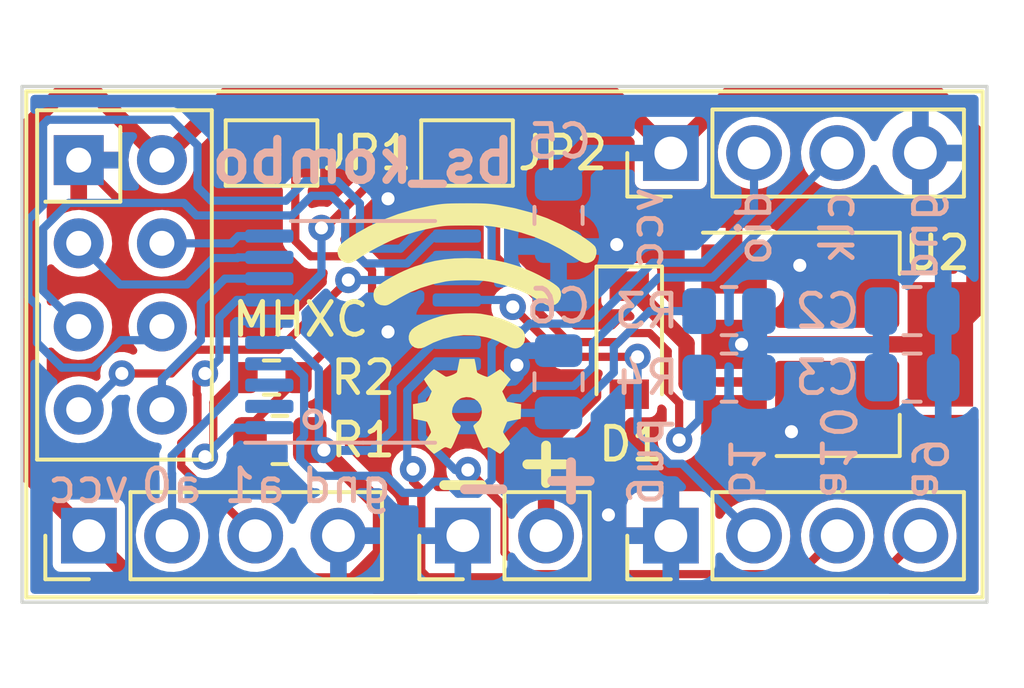
<source format=kicad_pcb>
(kicad_pcb (version 20211014) (generator pcbnew)
  (layers (0 "F.Cu" signal) (31 "B.Cu" signal) (34 "B.Paste" user) (35 "F.Paste" user) (36 "B.SilkS" user "B.Silkscreen") (37 "F.SilkS" user "F.Silkscreen") (38 "B.Mask" user) (39 "F.Mask" user) (44 "Edge.Cuts" user))
  (net 0 "")
  (net 1 "GND")
  (net 2 "+3V3")
  (net 3 "Net-(C6-Pad1)")
  (net 4 "Net-(D1-Pad1)")
  (net 5 "Net-(D1-Pad2)")
  (net 6 "Net-(J2-Pad2)")
  (net 7 "Net-(J2-Pad3)")
  (net 8 "Net-(J3-Pad2)")
  (net 9 "Net-(J3-Pad3)")
  (net 10 "Net-(J4-Pad2)")
  (net 11 "Net-(J4-Pad3)")
  (net 12 "Net-(JP1-Pad2)")
  (net 13 "Net-(JP2-Pad2)")
  (net 14 "Net-(R2-Pad2)")
  (net 15 "Net-(U1-Pad3)")
  (net 16 "Net-(U1-Pad4)")
  (net 17 "Net-(U1-Pad5)")
  (net 18 "Net-(U1-Pad6)")
  (net 19 "Net-(U1-Pad7)")
  (net 20 "Net-(U1-Pad8)")
  (net 21 "Net-(J2-Pad4)")
  (footprint "Resistor_SMD:R_0805_2012Metric" (layer "F.Cu") (at 158.496 110.363 180)
    (fp_text reference "R1" (at -2.54 0) (layer "F.SilkS"))
    (fp_text value "10k")
    (pad "1" smd roundrect (at -0.9125 0 180) (size 1.025 1.4) (layers "F.Cu" "F.Paste" "F.Mask") (roundrect_rratio 0.243902439) (net 2 "+3V3"))
    (pad "2" smd roundrect (at 0.9125 0 180) (size 1.025 1.4) (layers "F.Cu" "F.Paste" "F.Mask") (roundrect_rratio 0.243902439) (net 12 "Net-(JP1-Pad2)"))
  )
  (footprint "Connector_PinHeader_2.54mm:PinHeader_1x02_P2.54mm_Vertical" (layer "F.Cu") (at 164.084 113.284 90)
    (fp_text reference "J1" hide)
    (fp_text value "Conn_01x02")
    (pad "1" thru_hole rect (at 0 0 90) (size 1.7 1.7) (drill 1) (layers *.Cu *.Mask) (net 1 "GND"))
    (pad "2" thru_hole oval (at 0 2.54 90) (size 1.7 1.7) (drill 1) (layers *.Cu *.Mask) (net 5 "Net-(D1-Pad2)"))
  )
  (footprint "Connector_PinHeader_2.54mm:PinHeader_1x04_P2.54mm_Vertical" (layer "F.Cu") (at 170.434 101.6 90)
    (fp_text reference "J3" hide)
    (fp_text value "Conn_01x04")
    (pad "1" thru_hole rect (at 0 0 90) (size 1.7 1.7) (drill 1) (layers *.Cu *.Mask) (net 2 "+3V3"))
    (pad "2" thru_hole oval (at 0 2.54 90) (size 1.7 1.7) (drill 1) (layers *.Cu *.Mask) (net 8 "Net-(J3-Pad2)"))
    (pad "3" thru_hole oval (at 0 5.08 90) (size 1.7 1.7) (drill 1) (layers *.Cu *.Mask) (net 9 "Net-(J3-Pad3)"))
    (pad "4" thru_hole oval (at 0 7.62 90) (size 1.7 1.7) (drill 1) (layers *.Cu *.Mask) (net 1 "GND"))
  )
  (footprint "LOGO" (layer "F.Cu") (at 164.211 106.934)
    (fp_text reference "G***" hide)
    (fp_text value "LOGO" hide)
  )
  (footprint "Resistor_SMD:R_0603_1608Metric" (layer "F.Cu") (at 158.242 108.458 180)
    (fp_text reference "R2" (at -2.794 0) (layer "F.SilkS"))
    (fp_text value "620")
    (pad "1" smd roundrect (at -0.825 0 180) (size 0.8 0.95) (layers "F.Cu" "F.Paste" "F.Mask") (net 12 "Net-(JP1-Pad2)"))
    (pad "2" smd roundrect (at 0.825 0 180) (size 0.8 0.95) (layers "F.Cu" "F.Paste" "F.Mask") (net 14 "Net-(R2-Pad2)"))
  )
  (footprint "Jumper:SolderJumper-2_P1.3mm_Open_TrianglePad1.0x1.5mm" (layer "F.Cu") (at 164.211 101.6)
    (fp_text reference "JP2" (at 2.921 0) (layer "F.SilkS"))
    (fp_text value "SolderJumper_2_Open")
    (pad "1" smd custom (at -0.725 0) (size 0.3 0.3) (layers "F.Cu" "F.Mask") (net 11 "Net-(J4-Pad3)") (options (clearance outline) (anchor rect)) (primitives (gr_poly (pts (xy 1 0) (xy 0.5 0.75) (xy -0.5 0.75) (xy -0.5 -0.75) (xy 0.5 -0.75)) (width 0) (fill yes))))
    (pad "2" smd custom (at 0.725 0) (size 0.3 0.3) (layers "F.Cu" "F.Mask") (net 13 "Net-(JP2-Pad2)") (options (clearance outline) (anchor rect)) (primitives (gr_poly (pts (xy 0.5 0.75) (xy -0.65 0.75) (xy -0.15 0) (xy -0.65 -0.75) (xy 0.5 -0.75)) (width 0) (fill yes))))
  )
  (footprint "Connector_PinHeader_2.54mm:PinHeader_1x04_P2.54mm_Vertical" (layer "F.Cu") (at 170.434 113.284 90)
    (fp_text reference "J2" hide)
    (fp_text value "Conn_01x04")
    (pad "1" thru_hole rect (at 0 0 90) (size 1.7 1.7) (drill 1) (layers *.Cu *.Mask) (net 1 "GND"))
    (pad "2" thru_hole oval (at 0 2.54 90) (size 1.7 1.7) (drill 1) (layers *.Cu *.Mask) (net 6 "Net-(J2-Pad2)"))
    (pad "3" thru_hole oval (at 0 5.08 90) (size 1.7 1.7) (drill 1) (layers *.Cu *.Mask) (net 7 "Net-(J2-Pad3)"))
    (pad "4" thru_hole oval (at 0 7.62 90) (size 1.7 1.7) (drill 1) (layers *.Cu *.Mask) (net 21 "Net-(J2-Pad4)"))
  )
  (footprint "Jumper:SolderJumper-2_P1.3mm_Open_TrianglePad1.0x1.5mm" (layer "F.Cu") (at 158.242 101.6)
    (fp_text reference "JP1" (at 2.921 0) (layer "F.SilkS"))
    (fp_text value "SolderJumper_2_Open")
    (pad "1" smd custom (at -0.725 0) (size 0.3 0.3) (layers "F.Cu" "F.Mask") (net 1 "GND") (options (clearance outline) (anchor rect)) (primitives (gr_poly (pts (xy 1 0) (xy 0.5 0.75) (xy -0.5 0.75) (xy -0.5 -0.75) (xy 0.5 -0.75)) (width 0) (fill yes))))
    (pad "2" smd custom (at 0.725 0) (size 0.3 0.3) (layers "F.Cu" "F.Mask") (net 12 "Net-(JP1-Pad2)") (options (clearance outline) (anchor rect)) (primitives (gr_poly (pts (xy 0.5 0.75) (xy -0.65 0.75) (xy -0.15 0) (xy -0.65 -0.75) (xy 0.5 -0.75)) (width 0) (fill yes))))
  )
  (footprint "Diode_SMD:D_SOD-123" (layer "F.Cu") (at 169.164 107.315 -90)
    (fp_text reference "D1" (at 3.175 -0.0508 180) (layer "F.SilkS"))
    (fp_text value "1N4148W")
    (pad "1" smd rect (at -1.65 0 270) (size 0.9 1.2) (layers "F.Cu" "F.Paste" "F.Mask") (net 4 "Net-(D1-Pad1)"))
    (pad "2" smd rect (at 1.65 0 270) (size 0.9 1.2) (layers "F.Cu" "F.Paste" "F.Mask") (net 5 "Net-(D1-Pad2)"))
  )
  (footprint "Package_TO_SOT_SMD:SOT-223-3_TabPin2" (layer "F.Cu") (at 175.514 107.442)
    (fp_text reference "U2" (at 3.048 -2.794) (layer "F.SilkS"))
    (fp_text value "AMS1117-3.3")
    (pad "1" smd rect (at -3.15 -2.3) (size 2 1.5) (layers "F.Cu" "F.Paste" "F.Mask") (net 1 "GND"))
    (pad "2" smd rect (at 3.15 0) (size 2 3.8) (layers "F.Cu" "F.Paste" "F.Mask") (net 2 "+3V3"))
    (pad "2" smd rect (at -3.15 0) (size 2 1.5) (layers "F.Cu" "F.Paste" "F.Mask") (net 2 "+3V3"))
    (pad "3" smd rect (at -3.15 2.3) (size 2 1.5) (layers "F.Cu" "F.Paste" "F.Mask") (net 4 "Net-(D1-Pad1)"))
  )
  (footprint "RF_Module:nRF24L01_Breakout" (layer "F.Cu") (at 152.354 101.817)
    (fp_text reference "U1" hide)
    (fp_text value "NRF24L01_Breakout")
    (pad "1" thru_hole rect (at 0 0) (size 1.524 1.524) (drill 0.762) (layers *.Cu *.Mask) (net 1 "GND"))
    (pad "2" thru_hole circle (at 2.54 0) (size 1.524 1.524) (drill 0.762) (layers *.Cu *.Mask) (net 2 "+3V3"))
    (pad "3" thru_hole circle (at 0 2.54) (size 1.524 1.524) (drill 0.762) (layers *.Cu *.Mask) (net 15 "Net-(U1-Pad3)"))
    (pad "4" thru_hole circle (at 2.54 2.54) (size 1.524 1.524) (drill 0.762) (layers *.Cu *.Mask) (net 16 "Net-(U1-Pad4)"))
    (pad "5" thru_hole circle (at 0 5.08) (size 1.524 1.524) (drill 0.762) (layers *.Cu *.Mask) (net 17 "Net-(U1-Pad5)"))
    (pad "6" thru_hole circle (at 2.54 5.08) (size 1.524 1.524) (drill 0.762) (layers *.Cu *.Mask) (net 18 "Net-(U1-Pad6)"))
    (pad "7" thru_hole circle (at 0 7.62) (size 1.524 1.524) (drill 0.762) (layers *.Cu *.Mask) (net 19 "Net-(U1-Pad7)"))
    (pad "8" thru_hole circle (at 2.54 7.62) (size 1.524 1.524) (drill 0.762) (layers *.Cu *.Mask) (net 20 "Net-(U1-Pad8)"))
  )
  (footprint "Connector_PinHeader_2.54mm:PinHeader_1x04_P2.54mm_Vertical" (layer "F.Cu") (at 152.664 113.284 90)
    (fp_text reference "J4" hide)
    (fp_text value "Conn_01x04")
    (pad "1" thru_hole rect (at 0 0 90) (size 1.7 1.7) (drill 1) (layers *.Cu *.Mask) (net 2 "+3V3"))
    (pad "2" thru_hole oval (at 0 2.54 90) (size 1.7 1.7) (drill 1) (layers *.Cu *.Mask) (net 10 "Net-(J4-Pad2)"))
    (pad "3" thru_hole oval (at 0 5.08 90) (size 1.7 1.7) (drill 1) (layers *.Cu *.Mask) (net 11 "Net-(J4-Pad3)"))
    (pad "4" thru_hole oval (at 0 7.62 90) (size 1.7 1.7) (drill 1) (layers *.Cu *.Mask) (net 1 "GND"))
  )
  (footprint "Package_SO:TSSOP-20_4.4x6.5mm_P0.65mm" (layer "B.Cu") (at 161.036 107.061)
    (fp_text reference "U3" hide)
    (fp_text value "STM32F030F4Px")
    (pad "1" smd roundrect (at -2.8625 2.925) (size 1.475 0.4) (layers "B.Cu" "B.Paste" "B.Mask") (net 14 "Net-(R2-Pad2)"))
    (pad "2" smd roundrect (at -2.8625 2.275) (size 1.475 0.4) (layers "B.Cu" "B.Paste" "B.Mask"))
    (pad "3" smd roundrect (at -2.8625 1.625) (size 1.475 0.4) (layers "B.Cu" "B.Paste" "B.Mask"))
    (pad "4" smd roundrect (at -2.8625 0.975) (size 1.475 0.4) (layers "B.Cu" "B.Paste" "B.Mask") (net 3 "Net-(C6-Pad1)"))
    (pad "5" smd roundrect (at -2.8625 0.325) (size 1.475 0.4) (layers "B.Cu" "B.Paste" "B.Mask") (net 2 "+3V3"))
    (pad "6" smd roundrect (at -2.8625 -0.325) (size 1.475 0.4) (layers "B.Cu" "B.Paste" "B.Mask") (net 10 "Net-(J4-Pad2)"))
    (pad "7" smd roundrect (at -2.8625 -0.975) (size 1.475 0.4) (layers "B.Cu" "B.Paste" "B.Mask") (net 11 "Net-(J4-Pad3)"))
    (pad "8" smd roundrect (at -2.8625 -1.625) (size 1.475 0.4) (layers "B.Cu" "B.Paste" "B.Mask") (net 20 "Net-(U1-Pad8)"))
    (pad "9" smd roundrect (at -2.8625 -2.275) (size 1.475 0.4) (layers "B.Cu" "B.Paste" "B.Mask") (net 15 "Net-(U1-Pad3)"))
    (pad "10" smd roundrect (at -2.8625 -2.925) (size 1.475 0.4) (layers "B.Cu" "B.Paste" "B.Mask") (net 16 "Net-(U1-Pad4)"))
    (pad "11" smd roundrect (at 2.8625 -2.925) (size 1.475 0.4) (layers "B.Cu" "B.Paste" "B.Mask") (net 17 "Net-(U1-Pad5)"))
    (pad "12" smd roundrect (at 2.8625 -2.275) (size 1.475 0.4) (layers "B.Cu" "B.Paste" "B.Mask") (net 19 "Net-(U1-Pad7)"))
    (pad "13" smd roundrect (at 2.8625 -1.625) (size 1.475 0.4) (layers "B.Cu" "B.Paste" "B.Mask") (net 18 "Net-(U1-Pad6)"))
    (pad "14" smd roundrect (at 2.8625 -0.975) (size 1.475 0.4) (layers "B.Cu" "B.Paste" "B.Mask") (net 6 "Net-(J2-Pad2)"))
    (pad "15" smd roundrect (at 2.8625 -0.325) (size 1.475 0.4) (layers "B.Cu" "B.Paste" "B.Mask") (net 1 "GND"))
    (pad "16" smd roundrect (at 2.8625 0.325) (size 1.475 0.4) (layers "B.Cu" "B.Paste" "B.Mask") (net 2 "+3V3"))
    (pad "17" smd roundrect (at 2.8625 0.975) (size 1.475 0.4) (layers "B.Cu" "B.Paste" "B.Mask") (net 21 "Net-(J2-Pad4)"))
    (pad "18" smd roundrect (at 2.8625 1.625) (size 1.475 0.4) (layers "B.Cu" "B.Paste" "B.Mask") (net 7 "Net-(J2-Pad3)"))
    (pad "19" smd roundrect (at 2.8625 2.275) (size 1.475 0.4) (layers "B.Cu" "B.Paste" "B.Mask") (net 8 "Net-(J3-Pad2)"))
    (pad "20" smd roundrect (at 2.8625 2.925) (size 1.475 0.4) (layers "B.Cu" "B.Paste" "B.Mask") (net 9 "Net-(J3-Pad3)"))
  )
  (footprint "Capacitor_SMD:C_0805_2012Metric" (layer "B.Cu") (at 177.8 108.458)
    (fp_text reference "C3" (at -2.5908 0) (layer "B.SilkS") (effects (justify mirror)))
    (fp_text value "10u")
    (pad "1" smd roundrect (at -0.95 0) (size 1 1.45) (layers "B.Cu" "B.Paste" "B.Mask") (net 2 "+3V3"))
    (pad "2" smd roundrect (at 0.95 0) (size 1 1.45) (layers "B.Cu" "B.Paste" "B.Mask") (net 1 "GND"))
  )
  (footprint "Capacitor_SMD:C_0805_2012Metric" (layer "B.Cu") (at 177.8 106.426)
    (fp_text reference "C2" (at -2.5908 0) (layer "B.SilkS") (effects (justify mirror)))
    (fp_text value "100n")
    (pad "1" smd roundrect (at -0.95 0) (size 1 1.45) (layers "B.Cu" "B.Paste" "B.Mask") (net 2 "+3V3"))
    (pad "2" smd roundrect (at 0.95 0) (size 1 1.45) (layers "B.Cu" "B.Paste" "B.Mask") (net 1 "GND"))
  )
  (footprint "Capacitor_SMD:C_0805_2012Metric" (layer "B.Cu") (at 167.005 108.585 90)
    (fp_text reference "C6" (at 2.3114 0 180) (layer "B.SilkS") (effects (justify mirror)))
    (fp_text value "100n")
    (pad "1" smd roundrect (at -0.95 0 90) (size 1 1.45) (layers "B.Cu" "B.Paste" "B.Mask") (net 3 "Net-(C6-Pad1)"))
    (pad "2" smd roundrect (at 0.95 0 90) (size 1 1.45) (layers "B.Cu" "B.Paste" "B.Mask") (net 1 "GND"))
  )
  (footprint "Capacitor_SMD:C_0805_2012Metric" (layer "B.Cu") (at 167.005 103.505 -90)
    (fp_text reference "C5" (at -2.2606 -0.0254 -180) (layer "B.SilkS") (effects (justify mirror)))
    (fp_text value "100n")
    (pad "1" smd roundrect (at -0.95 0 270) (size 1 1.45) (layers "B.Cu" "B.Paste" "B.Mask") (net 2 "+3V3"))
    (pad "2" smd roundrect (at 0.95 0 270) (size 1 1.45) (layers "B.Cu" "B.Paste" "B.Mask") (net 1 "GND"))
  )
  (footprint "Resistor_SMD:R_0805_2012Metric" (layer "B.Cu") (at 172.212 106.426 180)
    (fp_text reference "R3" (at 2.5146 0) (layer "B.SilkS") (effects (justify mirror)))
    (fp_text value "10k")
    (pad "1" smd roundrect (at -0.9125 0 180) (size 1.025 1.4) (layers "B.Cu" "B.Paste" "B.Mask") (roundrect_rratio 0.243902439) (net 2 "+3V3"))
    (pad "2" smd roundrect (at 0.9125 0 180) (size 1.025 1.4) (layers "B.Cu" "B.Paste" "B.Mask") (roundrect_rratio 0.243902439) (net 3 "Net-(C6-Pad1)"))
  )
  (footprint "Resistor_SMD:R_0805_2012Metric" (layer "B.Cu") (at 172.212 108.458 180)
    (fp_text reference "R4" (at 2.5146 0 180) (layer "B.SilkS") (effects (justify mirror)))
    (fp_text value "4,7k")
    (pad "1" smd roundrect (at -0.9125 0 180) (size 1.025 1.4) (layers "B.Cu" "B.Paste" "B.Mask") (roundrect_rratio 0.243902439) (net 2 "+3V3"))
    (pad "2" smd roundrect (at 0.9125 0 180) (size 1.025 1.4) (layers "B.Cu" "B.Paste" "B.Mask") (roundrect_rratio 0.243902439) (net 13 "Net-(JP2-Pad2)"))
  )
  (gr_circle (center 159.512 109.728) (end 159.766 109.728) (layer "B.SilkS") (width 0.15) (fill none))
  (gr_line (start 180.086 99.568) (end 180.086 115.316) (layer "Edge.Cuts") (width 0.1))
  (gr_line (start 150.622 115.316) (end 150.622 99.568) (layer "Edge.Cuts") (width 0.1))
  (gr_line (start 150.622 99.568) (end 180.086 99.568) (layer "Edge.Cuts") (width 0.1))
  (gr_line (start 180.086 115.316) (end 150.622 115.316) (layer "Edge.Cuts") (width 0.1))
  (gr_text "bs_kombo" (at 161.036 101.854) (layer "B.SilkS") (effects (font (size 1.25 1.25) (thickness 0.25)) (justify mirror)))
  (gr_text "gnd" (at 160.528 111.76) (layer "B.SilkS") (effects (font (size 1 1)) (justify mirror)))
  (gr_text "a9" (at 178.308 111.252 270) (layer "B.SilkS") (effects (font (size 1 1)) (justify mirror)))
  (gr_text "-" (at 164.719 111.76) (layer "B.SilkS") (effects (font (size 1.5 1.5) (thickness 0.3)) (justify mirror)))
  (gr_text "a10" (at 175.514 110.744 270) (layer "B.SilkS") (effects (font (size 1 1)) (justify mirror)))
  (gr_text "b1" (at 172.72 111.252 270) (layer "B.SilkS") (effects (font (size 1 1)) (justify mirror)))
  (gr_text "a0" (at 155.194 111.76) (layer "B.SilkS") (effects (font (size 1 1)) (justify mirror)))
  (gr_text "clk" (at 175.514 103.886 90) (layer "B.SilkS") (effects (font (size 1 1)) (justify mirror)))
  (gr_text "+" (at 167.386 111.506) (layer "B.SilkS") (effects (font (size 1.5 1.5) (thickness 0.3)) (justify mirror)))
  (gr_text "dio" (at 172.974 103.886 90) (layer "B.SilkS") (effects (font (size 1 1)) (justify mirror)))
  (gr_text "gnd" (at 169.926 110.998 270) (layer "B.SilkS") (effects (font (size 1 1)) (justify mirror)))
  (gr_text "vcc" (at 169.672 103.886 90) (layer "B.SilkS") (effects (font (size 1 1)) (justify mirror)))
  (gr_text "vcc" (at 152.654 111.76) (layer "B.SilkS") (effects (font (size 1 1)) (justify mirror)))
  (gr_text "gnd" (at 178.054 104.14 90) (layer "B.SilkS") (effects (font (size 1 1)) (justify mirror)))
  (gr_text "a1" (at 157.734 111.76) (layer "B.SilkS") (effects (font (size 1 1)) (justify mirror)))
  (gr_text "MHXC" (at 159.131 106.68) (layer "F.SilkS") (effects (font (size 1 1))))
  (gr_text "+" (at 166.624 110.998) (layer "F.SilkS") (effects (font (size 1.5 1.5) (thickness 0.3))))
  (gr_text "-" (at 164.084 111.633) (layer "F.SilkS") (effects (font (size 1.5 1.5) (thickness 0.3))))
  (segment (start 153.661 103.124) (end 155.993 103.124) (width 0.25) (layer "F.Cu") (net 1))
  (segment (start 152.354 101.817) (end 153.661 103.124) (width 0.25) (layer "F.Cu") (net 1))
  (segment (start 155.993 103.124) (end 157.517 101.6) (width 0.25) (layer "F.Cu") (net 1))
  (via (at 161.798 107.061) (size 0.8) (drill 0.4) (layers "F.Cu" "B.Cu") (net 1))
  (via (at 168.783 104.394) (size 0.8) (drill 0.4) (layers "F.Cu" "B.Cu") (net 1))
  (via (at 174.117 110.109) (size 0.8) (drill 0.4) (layers "F.Cu" "B.Cu") (net 1))
  (via (at 174.371 105.029) (size 0.8) (drill 0.4) (layers "F.Cu" "B.Cu") (net 1))
  (via (at 161.798 102.997) (size 0.8) (drill 0.4) (layers "F.Cu" "B.Cu") (net 1))
  (via (at 168.529 112.649) (size 0.8) (drill 0.4) (layers "F.Cu" "B.Cu") (net 1))
  (via (at 165.735 108.077) (size 0.8) (drill 0.4) (layers "F.Cu" "B.Cu") (net 1))
  (segment (start 166.177 107.635) (end 165.735 108.077) (width 0.25) (layer "B.Cu") (net 1))
  (segment (start 167.005 107.635) (end 166.177 107.635) (width 0.25) (layer "B.Cu") (net 1))
  (segment (start 161.584 112.4115) (end 161.584 113.822478) (width 0.5) (layer "F.Cu") (net 2))
  (segment (start 154.894 101.817) (end 156.889 99.822) (width 0.5) (layer "F.Cu") (net 2))
  (segment (start 150.872 111.492) (end 150.872 100.715) (width 0.5) (layer "F.Cu") (net 2))
  (segment (start 170.434 101.6) (end 172.212 99.822) (width 0.5) (layer "F.Cu") (net 2))
  (segment (start 161.584 113.822478) (end 160.725478 114.681) (width 0.5) (layer "F.Cu") (net 2))
  (segment (start 151.765 99.822) (end 152.899 99.822) (width 0.5) (layer "F.Cu") (net 2))
  (segment (start 172.212 99.822) (end 178.562 99.822) (width 0.5) (layer "F.Cu") (net 2))
  (segment (start 178.664 107.442) (end 172.593 107.442) (width 0.5) (layer "F.Cu") (net 2))
  (segment (start 168.656 99.822) (end 170.434 101.6) (width 0.5) (layer "F.Cu") (net 2))
  (segment (start 179.705 106.401) (end 178.664 107.442) (width 0.5) (layer "F.Cu") (net 2))
  (segment (start 179.705 100.965) (end 179.705 106.401) (width 0.5) (layer "F.Cu") (net 2))
  (segment (start 178.562 99.822) (end 179.705 100.965) (width 0.5) (layer "F.Cu") (net 2))
  (segment (start 172.593 107.442) (end 172.364 107.442) (width 0.5) (layer "F.Cu") (net 2))
  (segment (start 156.889 99.822) (end 168.656 99.822) (width 0.5) (layer "F.Cu") (net 2))
  (segment (start 150.872 100.715) (end 151.765 99.822) (width 0.5) (layer "F.Cu") (net 2))
  (segment (start 154.061 114.681) (end 152.664 113.284) (width 0.5) (layer "F.Cu") (net 2))
  (segment (start 152.664 113.284) (end 150.872 111.492) (width 0.5) (layer "F.Cu") (net 2))
  (segment (start 160.725478 114.681) (end 154.061 114.681) (width 0.5) (layer "F.Cu") (net 2))
  (segment (start 159.84125 110.66875) (end 161.584 112.4115) (width 0.5) (layer "F.Cu") (net 2))
  (segment (start 152.899 99.822) (end 154.894 101.817) (width 0.5) (layer "F.Cu") (net 2))
  (segment (start 159.4085 110.236) (end 159.84125 110.66875) (width 0.5) (layer "F.Cu") (net 2))
  (via (at 172.593 107.442) (size 0.8) (drill 0.4) (layers "F.Cu" "B.Cu") (net 2))
  (via (at 159.84125 110.66875) (size 0.8) (drill 0.4) (layers "F.Cu" "B.Cu") (net 2))
  (segment (start 161.290001 110.6932) (end 159.865699 110.6932) (width 0.25) (layer "B.Cu") (net 2))
  (segment (start 176.85 107.508) (end 176.85 106.426) (width 0.5) (layer "B.Cu") (net 2))
  (segment (start 167.96 101.6) (end 170.434 101.6) (width 0.5) (layer "B.Cu") (net 2))
  (segment (start 173.1245 107.4655) (end 173.1245 106.426) (width 0.5) (layer "B.Cu") (net 2))
  (segment (start 159.865699 110.6932) (end 159.686 110.513501) (width 0.25) (layer "B.Cu") (net 2))
  (segment (start 159.84125 110.66875) (end 161.31445 110.66875) (width 0.25) (layer "B.Cu") (net 2))
  (segment (start 158.862041 107.386) (end 158.1735 107.386) (width 0.25) (layer "B.Cu") (net 2))
  (segment (start 161.936 110.047201) (end 161.290001 110.6932) (width 0.25) (layer "B.Cu") (net 2))
  (segment (start 161.936 110.0472) (end 161.936 108.659959) (width 0.25) (layer "B.Cu") (net 2))
  (segment (start 161.936 108.659959) (end 161.936 110.047201) (width 0.25) (layer "B.Cu") (net 2))
  (segment (start 173.1245 108.458) (end 173.1245 107.4655) (width 0.5) (layer "B.Cu") (net 2))
  (segment (start 159.686 110.513501) (end 159.686 108.209959) (width 0.25) (layer "B.Cu") (net 2))
  (segment (start 159.686 108.209959) (end 158.862041 107.386) (width 0.25) (layer "B.Cu") (net 2))
  (segment (start 176.8075 107.4655) (end 176.85 107.508) (width 0.5) (layer "B.Cu") (net 2))
  (segment (start 161.936 108.659959) (end 163.209959 107.386) (width 0.25) (layer "B.Cu") (net 2))
  (segment (start 176.85 108.458) (end 176.85 107.508) (width 0.5) (layer "B.Cu") (net 2))
  (segment (start 173.1245 107.4655) (end 176.8075 107.4655) (width 0.5) (layer "B.Cu") (net 2))
  (segment (start 173.1245 106.426) (end 173.1245 106.9105) (width 0.5) (layer "B.Cu") (net 2))
  (segment (start 173.1245 108.458) (end 173.1245 107.9735) (width 0.5) (layer "B.Cu") (net 2))
  (segment (start 163.8985 107.386) (end 163.209959 107.386) (width 0.25) (layer "B.Cu") (net 2))
  (segment (start 161.31445 110.66875) (end 161.936 110.0472) (width 0.25) (layer "B.Cu") (net 2))
  (segment (start 167.005 102.555) (end 167.96 101.6) (width 0.5) (layer "B.Cu") (net 2))
  (segment (start 173.1245 106.9105) (end 172.593 107.442) (width 0.5) (layer "B.Cu") (net 2))
  (segment (start 173.1245 107.9735) (end 172.593 107.442) (width 0.5) (layer "B.Cu") (net 2))
  (segment (start 159.236 108.409959) (end 159.236 110.248695) (width 0.25) (layer "B.Cu") (net 3))
  (segment (start 164.537506 112.003201) (end 163.936896 112.003201) (width 0.25) (layer "B.Cu") (net 3))
  (segment (start 158.1735 108.036) (end 158.862041 108.036) (width 0.25) (layer "B.Cu") (net 3))
  (segment (start 159.11625 110.969055) (end 159.11625 110.381791) (width 0.25) (layer "B.Cu") (net 3))
  (segment (start 167.005 109.535) (end 165.801 109.535) (width 0.25) (layer "B.Cu") (net 3))
  (segment (start 168.693 108.298653) (end 167.456653 109.535) (width 0.25) (layer "B.Cu") (net 3))
  (segment (start 164.962201 110.373799) (end 164.962201 111.578506) (width 0.25) (layer "B.Cu") (net 3))
  (segment (start 158.862041 108.036) (end 159.236 108.409959) (width 0.25) (layer "B.Cu") (net 3))
  (segment (start 162.860305 111.977) (end 162.259695 111.977) (width 0.25) (layer "B.Cu") (net 3))
  (segment (start 159.602395 111.4552) (end 159.11625 110.969055) (width 0.25) (layer "B.Cu") (net 3))
  (segment (start 165.801 109.535) (end 164.962201 110.373799) (width 0.25) (layer "B.Cu") (net 3))
  (segment (start 163.204305 111.633) (end 162.860305 111.977) (width 0.25) (layer "B.Cu") (net 3))
  (segment (start 167.456653 109.535) (end 167.005 109.535) (width 0.25) (layer "B.Cu") (net 3))
  (segment (start 168.693 107.522695) (end 168.693 108.298653) (width 0.25) (layer "B.Cu") (net 3))
  (segment (start 169.789695 106.426) (end 168.693 107.522695) (width 0.25) (layer "B.Cu") (net 3))
  (segment (start 163.936896 112.003201) (end 163.566695 111.633) (width 0.25) (layer "B.Cu") (net 3))
  (segment (start 164.962201 111.578506) (end 164.537506 112.003201) (width 0.25) (layer "B.Cu") (net 3))
  (segment (start 159.11625 110.381791) (end 159.196521 110.30152) (width 0.25) (layer "B.Cu") (net 3))
  (segment (start 163.566695 111.633) (end 163.204305 111.633) (width 0.25) (layer "B.Cu") (net 3))
  (segment (start 162.259695 111.977) (end 161.737895 111.4552) (width 0.25) (layer "B.Cu") (net 3))
  (segment (start 161.737895 111.4552) (end 159.602395 111.4552) (width 0.25) (layer "B.Cu") (net 3))
  (segment (start 171.2995 106.426) (end 169.789695 106.426) (width 0.25) (layer "B.Cu") (net 3))
  (segment (start 172.099 109.742) (end 172.364 109.742) (width 0.5) (layer "F.Cu") (net 4))
  (segment (start 170.999 108.642) (end 172.099 109.742) (width 0.5) (layer "F.Cu") (net 4))
  (segment (start 170.914 107.414) (end 170.914 108.642) (width 0.5) (layer "F.Cu") (net 4))
  (segment (start 170.914 108.642) (end 170.999 108.642) (width 0.5) (layer "F.Cu") (net 4))
  (segment (start 169.165 105.665) (end 170.914 107.414) (width 0.5) (layer "F.Cu") (net 4))
  (segment (start 166.624 111.506) (end 169.165 108.965) (width 0.5) (layer "F.Cu") (net 5))
  (segment (start 166.624 113.284) (end 166.624 111.506) (width 0.5) (layer "F.Cu") (net 5))
  (segment (start 167.132 107.823) (end 169.418 107.823) (width 0.25) (layer "F.Cu") (net 6))
  (segment (start 165.608 106.299) (end 167.132 107.823) (width 0.25) (layer "F.Cu") (net 6))
  (via (at 169.418 107.823) (size 0.8) (drill 0.4) (layers "F.Cu" "B.Cu") (net 6))
  (via (at 165.608 106.299) (size 0.8) (drill 0.4) (layers "F.Cu" "B.Cu") (net 6))
  (segment (start 169.418 110.118305) (end 170.387695 111.088) (width 0.25) (layer "B.Cu") (net 6))
  (segment (start 170.778 111.088) (end 172.974 113.284) (width 0.25) (layer "B.Cu") (net 6))
  (segment (start 169.418 107.823) (end 169.418 110.118305) (width 0.25) (layer "B.Cu") (net 6))
  (segment (start 170.387695 111.088) (end 170.778 111.088) (width 0.25) (layer "B.Cu") (net 6))
  (segment (start 163.8985 106.086) (end 165.395 106.086) (width 0.25) (layer "B.Cu") (net 6))
  (segment (start 165.395 106.086) (end 165.608 106.299) (width 0.25) (layer "B.Cu") (net 6))
  (segment (start 166.021 114.459) (end 174.339 114.459) (width 0.25) (layer "F.Cu") (net 7))
  (segment (start 165.354 112.395) (end 165.354 113.792) (width 0.25) (layer "F.Cu") (net 7))
  (segment (start 174.339 114.459) (end 175.514 113.284) (width 0.25) (layer "F.Cu") (net 7))
  (segment (start 165.354 113.792) (end 166.021 114.459) (width 0.25) (layer "F.Cu") (net 7))
  (segment (start 164.237201 111.278201) (end 165.354 112.395) (width 0.25) (layer "F.Cu") (net 7))
  (via (at 164.237201 111.278201) (size 0.8) (drill 0.4) (layers "F.Cu" "B.Cu") (net 7))
  (segment (start 162.836 110.262041) (end 162.836 109.059959) (width 0.25) (layer "B.Cu") (net 7))
  (segment (start 163.209959 108.686) (end 163.8985 108.686) (width 0.25) (layer "B.Cu") (net 7))
  (segment (start 162.836 109.059959) (end 163.209959 108.686) (width 0.25) (layer "B.Cu") (net 7))
  (segment (start 163.85216 111.278201) (end 162.836 110.262041) (width 0.25) (layer "B.Cu") (net 7))
  (segment (start 164.237201 111.278201) (end 163.85216 111.278201) (width 0.25) (layer "B.Cu") (net 7))
  (segment (start 168.016604 106.81) (end 166.122305 106.81) (width 0.25) (layer "B.Cu") (net 8))
  (segment (start 165.908305 107.024) (end 165.391 107.024) (width 0.25) (layer "B.Cu") (net 8))
  (segment (start 164.603 109.336) (end 163.8985 109.336) (width 0.25) (layer "B.Cu") (net 8))
  (segment (start 172.974 101.6) (end 172.974 103.378) (width 0.25) (layer "B.Cu") (net 8))
  (segment (start 164.961 108.978) (end 164.603 109.336) (width 0.25) (layer "B.Cu") (net 8))
  (segment (start 169.875604 104.951) (end 168.016604 106.81) (width 0.25) (layer "B.Cu") (net 8))
  (segment (start 164.961 107.454) (end 164.961 108.978) (width 0.25) (layer "B.Cu") (net 8))
  (segment (start 166.122305 106.81) (end 165.908305 107.024) (width 0.25) (layer "B.Cu") (net 8))
  (segment (start 165.391 107.024) (end 164.961 107.454) (width 0.25) (layer "B.Cu") (net 8))
  (segment (start 172.974 103.378) (end 171.401 104.951) (width 0.25) (layer "B.Cu") (net 8))
  (segment (start 171.401 104.951) (end 169.875604 104.951) (width 0.25) (layer "B.Cu") (net 8))
  (segment (start 170.062 105.401) (end 168.055 107.408) (width 0.25) (layer "B.Cu") (net 9))
  (segment (start 166.245 108.71) (end 165.87 109.085) (width 0.25) (layer "B.Cu") (net 9))
  (segment (start 168.055 107.408) (end 168.055 108.123173) (width 0.25) (layer "B.Cu") (net 9))
  (segment (start 164.713604 109.986) (end 163.8985 109.986) (width 0.25) (layer "B.Cu") (net 9))
  (segment (start 165.87 109.085) (end 165.614604 109.085) (width 0.25) (layer "B.Cu") (net 9))
  (segment (start 175.514 101.6) (end 171.713 105.401) (width 0.25) (layer "B.Cu") (net 9))
  (segment (start 167.468173 108.71) (end 166.245 108.71) (width 0.25) (layer "B.Cu") (net 9))
  (segment (start 168.055 108.123173) (end 167.468173 108.71) (width 0.25) (layer "B.Cu") (net 9))
  (segment (start 171.713 105.401) (end 170.062 105.401) (width 0.25) (layer "B.Cu") (net 9))
  (segment (start 165.614604 109.085) (end 164.713604 109.986) (width 0.25) (layer "B.Cu") (net 9))
  (segment (start 155.194 111.379) (end 155.194 110.8456) (width 0.25) (layer "B.Cu") (net 10))
  (segment (start 157.17 106.736) (end 158.1735 106.736) (width 0.25) (layer "B.Cu") (net 10))
  (segment (start 155.204 111.389) (end 155.194 111.379) (width 0.25) (layer "B.Cu") (net 10))
  (segment (start 157.099 108.9406) (end 157.099 106.807) (width 0.25) (layer "B.Cu") (net 10))
  (segment (start 155.204 113.284) (end 155.204 111.389) (width 0.25) (layer "B.Cu") (net 10))
  (segment (start 157.099 106.807) (end 157.17 106.736) (width 0.25) (layer "B.Cu") (net 10))
  (segment (start 155.194 110.8456) (end 157.099 108.9406) (width 0.25) (layer "B.Cu") (net 10))
  (segment (start 156.855 112.395) (end 156.708695 112.395) (width 0.25) (layer "F.Cu") (net 11))
  (segment (start 156.708695 112.395) (end 155.485 111.171305) (width 0.25) (layer "F.Cu") (net 11))
  (segment (start 155.485 111.171305) (end 155.485 110.453) (width 0.25) (layer "F.Cu") (net 11))
  (segment (start 155.956 108.585) (end 156.21 108.331) (width 0.25) (layer "F.Cu") (net 11))
  (segment (start 159.883695 103.886) (end 162.169695 101.6) (width 0.25) (layer "F.Cu") (net 11))
  (segment (start 155.485 110.453) (end 155.981 109.957) (width 0.25) (layer "F.Cu") (net 11))
  (segment (start 159.766 103.886) (end 159.883695 103.886) (width 0.25) (layer "F.Cu") (net 11))
  (segment (start 157.744 113.284) (end 156.855 112.395) (width 0.25) (layer "F.Cu") (net 11))
  (segment (start 155.956 108.961749) (end 155.956 108.585) (width 0.25) (layer "F.Cu") (net 11))
  (segment (start 162.169695 101.6) (end 163.486 101.6) (width 0.25) (layer "F.Cu") (net 11))
  (segment (start 155.981 109.957) (end 155.981 108.986749) (width 0.25) (layer "F.Cu") (net 11))
  (segment (start 155.981 108.986749) (end 155.956 108.961749) (width 0.25) (layer "F.Cu") (net 11))
  (via (at 156.21 108.331) (size 0.8) (drill 0.4) (layers "F.Cu" "B.Cu") (net 11))
  (via (at 159.766 103.886) (size 0.8) (drill 0.4) (layers "F.Cu" "B.Cu") (net 11))
  (segment (start 156.649 106.620604) (end 156.649 107.892) (width 0.25) (layer "B.Cu") (net 11))
  (segment (start 159.766 103.886) (end 159.766 105.283) (width 0.25) (layer "B.Cu") (net 11))
  (segment (start 158.963 106.086) (end 158.1735 106.086) (width 0.25) (layer "B.Cu") (net 11))
  (segment (start 158.1735 106.086) (end 157.183604 106.086) (width 0.25) (layer "B.Cu") (net 11))
  (segment (start 159.766 105.283) (end 158.963 106.086) (width 0.25) (layer "B.Cu") (net 11))
  (segment (start 157.183604 106.086) (end 156.649 106.620604) (width 0.25) (layer "B.Cu") (net 11))
  (segment (start 156.649 107.892) (end 156.21 108.331) (width 0.25) (layer "B.Cu") (net 11))
  (segment (start 159.436067 104.752756) (end 160.886067 104.752756) (width 0.25) (layer "F.Cu") (net 12))
  (segment (start 160.886067 104.752756) (end 161.310762 105.177451) (width 0.25) (layer "F.Cu") (net 12))
  (segment (start 158.967 101.6) (end 158.967 104.283689) (width 0.25) (layer "F.Cu") (net 12))
  (segment (start 161.310762 106.214238) (end 159.067 108.458) (width 0.25) (layer "F.Cu") (net 12))
  (segment (start 161.310762 105.177451) (end 161.310762 106.214238) (width 0.25) (layer "F.Cu") (net 12))
  (segment (start 157.5835 109.9415) (end 159.067 108.458) (width 0.25) (layer "F.Cu") (net 12))
  (segment (start 158.967 104.283689) (end 159.436067 104.752756) (width 0.25) (layer "F.Cu") (net 12))
  (segment (start 157.5835 110.236) (end 157.5835 109.9415) (width 0.25) (layer "F.Cu") (net 12))
  (segment (start 170.688 109.217) (end 170.675827 109.217) (width 0.25) (layer "F.Cu") (net 13))
  (segment (start 168.842695 107.373) (end 167.318396 107.373) (width 0.25) (layer "F.Cu") (net 13))
  (segment (start 166.333 106.387604) (end 166.333 105.998695) (width 0.25) (layer "F.Cu") (net 13))
  (segment (start 165.1 104.765695) (end 165.1 101.764) (width 0.25) (layer "F.Cu") (net 13))
  (segment (start 169.117695 107.098) (end 168.842695 107.373) (width 0.25) (layer "F.Cu") (net 13))
  (segment (start 166.333 105.998695) (end 165.1 104.765695) (width 0.25) (layer "F.Cu") (net 13))
  (segment (start 170.688 110.363) (end 170.688 109.217) (width 0.25) (layer "F.Cu") (net 13))
  (segment (start 165.1 101.764) (end 164.936 101.6) (width 0.25) (layer "F.Cu") (net 13))
  (segment (start 169.784828 107.098) (end 169.117695 107.098) (width 0.25) (layer "F.Cu") (net 13))
  (segment (start 170.675827 109.217) (end 170.339 108.880173) (width 0.25) (layer "F.Cu") (net 13))
  (segment (start 170.339 107.652172) (end 169.784828 107.098) (width 0.25) (layer "F.Cu") (net 13))
  (segment (start 170.339 108.880173) (end 170.339 107.652172) (width 0.25) (layer "F.Cu") (net 13))
  (segment (start 167.318396 107.373) (end 166.333 106.387604) (width 0.25) (layer "F.Cu") (net 13))
  (via (at 170.688 110.363) (size 0.8) (drill 0.4) (layers "F.Cu" "B.Cu") (net 13))
  (segment (start 171.2995 109.7515) (end 170.688 110.363) (width 0.25) (layer "B.Cu") (net 13))
  (segment (start 171.2995 108.458) (end 171.2995 109.7515) (width 0.25) (layer "B.Cu") (net 13))
  (segment (start 157.226 108.458) (end 156.464 109.22) (width 0.25) (layer "F.Cu") (net 14))
  (segment (start 156.464 109.22) (end 156.464 110.617) (width 0.25) (layer "F.Cu") (net 14))
  (segment (start 156.464 110.617) (end 156.21 110.871) (width 0.25) (layer "F.Cu") (net 14))
  (segment (start 157.417 108.458) (end 157.226 108.458) (width 0.25) (layer "F.Cu") (net 14))
  (via (at 156.21 110.871) (size 0.8) (drill 0.4) (layers "F.Cu" "B.Cu") (net 14))
  (segment (start 156.21 110.871) (end 157.095 109.986) (width 0.25) (layer "B.Cu") (net 14))
  (segment (start 157.095 109.986) (end 158.1735 109.986) (width 0.25) (layer "B.Cu") (net 14))
  (segment (start 153.6102 105.6132) (end 155.6512 105.6132) (width 0.25) (layer "B.Cu") (net 15))
  (segment (start 152.354 104.357) (end 153.6102 105.6132) (width 0.25) (layer "B.Cu") (net 15))
  (segment (start 155.6512 105.6132) (end 156.4574 104.807) (width 0.25) (layer "B.Cu") (net 15))
  (segment (start 157.195396 104.807) (end 157.216396 104.786) (width 0.25) (layer "B.Cu") (net 15))
  (segment (start 157.216396 104.786) (end 158.1735 104.786) (width 0.25) (layer "B.Cu") (net 15))
  (segment (start 156.4574 104.807) (end 157.195396 104.807) (width 0.25) (layer "B.Cu") (net 15))
  (segment (start 157.23 104.136) (end 158.1735 104.136) (width 0.25) (layer "B.Cu") (net 16))
  (segment (start 154.894 104.357) (end 157.009 104.357) (width 0.25) (layer "B.Cu") (net 16))
  (segment (start 157.009 104.357) (end 157.23 104.136) (width 0.25) (layer "B.Cu") (net 16))
  (segment (start 160.491 103.331695) (end 160.491 104.358396) (width 0.25) (layer "B.Cu") (net 17))
  (segment (start 158.867695 103.505) (end 159.465695 102.907) (width 0.25) (layer "B.Cu") (net 17))
  (segment (start 155.945251 103.505) (end 158.867695 103.505) (width 0.25) (layer "B.Cu") (net 17))
  (segment (start 152.354 106.897) (end 151.267 105.81) (width 0.25) (layer "B.Cu") (net 17))
  (segment (start 160.491 104.358396) (end 161.103604 104.971) (width 0.25) (layer "B.Cu") (net 17))
  (segment (start 159.465695 102.907) (end 160.066305 102.907) (width 0.25) (layer "B.Cu") (net 17))
  (segment (start 161.103604 104.971) (end 162.374959 104.971) (width 0.25) (layer "B.Cu") (net 17))
  (segment (start 152.049749 103.124) (end 155.564251 103.124) (width 0.25) (layer "B.Cu") (net 17))
  (segment (start 162.374959 104.971) (end 163.209959 104.136) (width 0.25) (layer "B.Cu") (net 17))
  (segment (start 151.267 103.906749) (end 152.049749 103.124) (width 0.25) (layer "B.Cu") (net 17))
  (segment (start 155.564251 103.124) (end 155.945251 103.505) (width 0.25) (layer "B.Cu") (net 17))
  (segment (start 163.209959 104.136) (end 163.8985 104.136) (width 0.25) (layer "B.Cu") (net 17))
  (segment (start 151.267 105.81) (end 151.267 103.906749) (width 0.25) (layer "B.Cu") (net 17))
  (segment (start 160.066305 102.907) (end 160.491 103.331695) (width 0.25) (layer "B.Cu") (net 17))
  (segment (start 151.267 100.73) (end 151.413 100.584) (width 0.25) (layer "B.Cu") (net 18))
  (segment (start 151.8412 108.1532) (end 151.0792 107.3912) (width 0.25) (layer "B.Cu") (net 18))
  (segment (start 155.981 101.366749) (end 155.981 102.641) (width 0.25) (layer "B.Cu") (net 18))
  (segment (start 154.894 106.897) (end 154.476 107.315) (width 0.25) (layer "B.Cu") (net 18))
  (segment (start 159.279299 102.457) (end 160.252701 102.457) (width 0.25) (layer "B.Cu") (net 18))
  (segment (start 161.29 104.521) (end 162.174959 104.521) (width 0.25) (layer "B.Cu") (net 18))
  (segment (start 150.817 103.6402) (end 151.267 103.1902) (width 0.25) (layer "B.Cu") (net 18))
  (segment (start 164.961 103.859959) (end 164.961 105.065) (width 0.25) (layer "B.Cu") (net 18))
  (segment (start 160.252701 102.457) (end 160.941 103.145299) (width 0.25) (layer "B.Cu") (net 18))
  (segment (start 164.59 105.436) (end 163.8985 105.436) (width 0.25) (layer "B.Cu") (net 18))
  (segment (start 153.6446 107.315) (end 152.8064 108.1532) (width 0.25) (layer "B.Cu") (net 18))
  (segment (start 164.712041 103.611) (end 164.961 103.859959) (width 0.25) (layer "B.Cu") (net 18))
  (segment (start 162.174959 104.521) (end 163.084959 103.611) (width 0.25) (layer "B.Cu") (net 18))
  (segment (start 158.681299 103.055) (end 159.279299 102.457) (width 0.25) (layer "B.Cu") (net 18))
  (segment (start 164.961 105.065) (end 164.59 105.436) (width 0.25) (layer "B.Cu") (net 18))
  (segment (start 156.395 103.055) (end 158.681299 103.055) (width 0.25) (layer "B.Cu") (net 18))
  (segment (start 151.0792 106.258596) (end 150.817 105.996396) (width 0.25) (layer "B.Cu") (net 18))
  (segment (start 152.8064 108.1532) (end 151.8412 108.1532) (width 0.25) (layer "B.Cu") (net 18))
  (segment (start 151.413 100.584) (end 155.198251 100.584) (width 0.25) (layer "B.Cu") (net 18))
  (segment (start 151.0792 107.3912) (end 151.0792 106.258596) (width 0.25) (layer "B.Cu") (net 18))
  (segment (start 150.817 105.996396) (end 150.817 103.6402) (width 0.25) (layer "B.Cu") (net 18))
  (segment (start 160.941 104.172) (end 161.29 104.521) (width 0.25) (layer "B.Cu") (net 18))
  (segment (start 154.476 107.315) (end 153.6446 107.315) (width 0.25) (layer "B.Cu") (net 18))
  (segment (start 155.981 102.641) (end 156.395 103.055) (width 0.25) (layer "B.Cu") (net 18))
  (segment (start 155.198251 100.584) (end 155.981 101.366749) (width 0.25) (layer "B.Cu") (net 18))
  (segment (start 151.267 103.1902) (end 151.267 100.73) (width 0.25) (layer "B.Cu") (net 18))
  (segment (start 163.084959 103.611) (end 164.712041 103.611) (width 0.25) (layer "B.Cu") (net 18))
  (segment (start 160.941 103.145299) (end 160.941 104.172) (width 0.25) (layer "B.Cu") (net 18))
  (segment (start 155.184695 108.331) (end 153.67 108.331) (width 0.25) (layer "F.Cu") (net 19))
  (segment (start 160.585762 105.477756) (end 158.457518 107.606) (width 0.25) (layer "F.Cu") (net 19))
  (segment (start 158.457518 107.606) (end 155.909695 107.606) (width 0.25) (layer "F.Cu") (net 19))
  (segment (start 155.909695 107.606) (end 155.184695 108.331) (width 0.25) (layer "F.Cu") (net 19))
  (via (at 153.67 108.331) (size 0.8) (drill 0.4) (layers "F.Cu" "B.Cu") (net 19))
  (via (at 160.585762 105.477756) (size 0.8) (drill 0.4) (layers "F.Cu" "B.Cu") (net 19))
  (segment (start 152.564 109.437) (end 153.67 108.331) (width 0.25) (layer "B.Cu") (net 19))
  (segment (start 152.354 109.437) (end 152.564 109.437) (width 0.25) (layer "B.Cu") (net 19))
  (segment (start 160.585762 105.477756) (end 162.518203 105.477756) (width 0.25) (layer "B.Cu") (net 19))
  (segment (start 163.209959 104.786) (end 163.8985 104.786) (width 0.25) (layer "B.Cu") (net 19))
  (segment (start 162.518203 105.477756) (end 163.209959 104.786) (width 0.25) (layer "B.Cu") (net 19))
  (segment (start 154.894 108.504) (end 156.083 107.315) (width 0.25) (layer "B.Cu") (net 20))
  (segment (start 156.819 105.436) (end 158.1735 105.436) (width 0.25) (layer "B.Cu") (net 20))
  (segment (start 156.083 106.172) (end 156.819 105.436) (width 0.25) (layer "B.Cu") (net 20))
  (segment (start 156.083 107.315) (end 156.083 106.172) (width 0.25) (layer "B.Cu") (net 20))
  (segment (start 154.894 109.437) (end 154.894 108.504) (width 0.25) (layer "B.Cu") (net 20))
  (segment (start 162.56 111.633) (end 162.814 111.887) (width 0.25) (layer "F.Cu") (net 21))
  (segment (start 162.814 111.887) (end 162.814 114.364) (width 0.25) (layer "F.Cu") (net 21))
  (segment (start 165.834604 114.909) (end 176.429 114.909) (width 0.25) (layer "F.Cu") (net 21))
  (segment (start 162.814 114.364) (end 163.004 114.554) (width 0.25) (layer "F.Cu") (net 21))
  (segment (start 163.004 114.554) (end 165.479604 114.554) (width 0.25) (layer "F.Cu") (net 21))
  (segment (start 176.429 114.909) (end 178.054 113.284) (width 0.25) (layer "F.Cu") (net 21))
  (segment (start 162.56 111.252) (end 162.56 111.633) (width 0.25) (layer "F.Cu") (net 21))
  (segment (start 165.479604 114.554) (end 165.834604 114.909) (width 0.25) (layer "F.Cu") (net 21))
  (via (at 162.56 111.252) (size 0.8) (drill 0.4) (layers "F.Cu" "B.Cu") (net 21))
  (segment (start 163.209959 108.036) (end 162.386 108.859959) (width 0.25) (layer "B.Cu") (net 21))
  (segment (start 163.8985 108.036) (end 163.209959 108.036) (width 0.25) (layer "B.Cu") (net 21))
  (segment (start 162.386 108.859959) (end 162.386 111.078) (width 0.25) (layer "B.Cu") (net 21))
  (segment (start 162.386 111.078) (end 162.56 111.252) (width 0.25) (layer "B.Cu") (net 21))
  (zone (net 1) (net_name "GND") (layers F&B.Cu) (connect_pads (clearance 0.254)) (min_thickness 0.254) (fill yes (thermal_gap 0.508) (thermal_bridge_width 0.508))
    (polygon (pts (xy 180.086 115.316) (xy 150.622 115.316) (xy 150.622 99.568) (xy 180.086 99.568)))
  )
)
</source>
